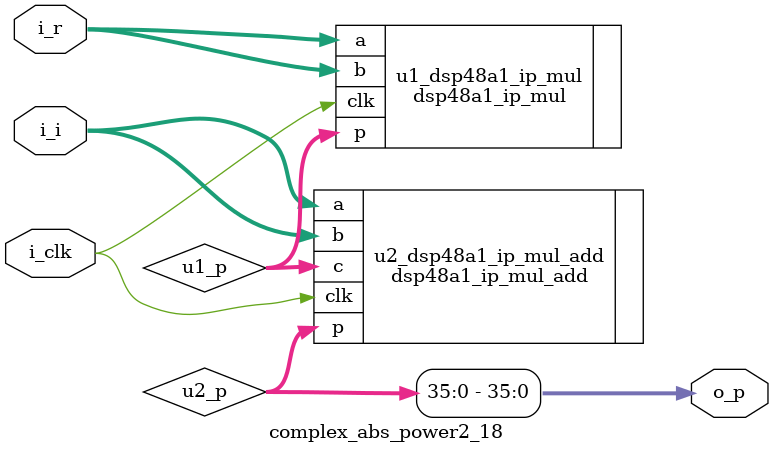
<source format=v>
`timescale 1ns / 1ps
module complex_abs_power2_18(
	i_clk,
	i_r,
	i_i,
	o_p
    );
	input					i_clk;
	input	signed	[17:0]	i_r;
	input	signed	[17:0]	i_i;
	output	signed	[35:0]	o_p;
	
	wire	signed	[47:0]	u1_p;
	wire	signed	[47:0]	u2_p;

	dsp48a1_ip_mul u1_dsp48a1_ip_mul(
		.clk	(i_clk	),
		.a		(i_r	),
		.b		(i_r	),
		.p		(u1_p	)
		)/* synthesis syn_black_box syn_noprune=1 */;
		
	dsp48a1_ip_mul_add u2_dsp48a1_ip_mul_add(	// jiaweiwei: 3dly
		.clk	(i_clk	),
		.a		(i_i	),
		.b		(i_i	),
		.c		(u1_p	),
		.p		(u2_p	)
		)/* synthesis syn_black_box syn_noprune=1 */;
	assign o_p = u2_p[35:0];

endmodule

</source>
